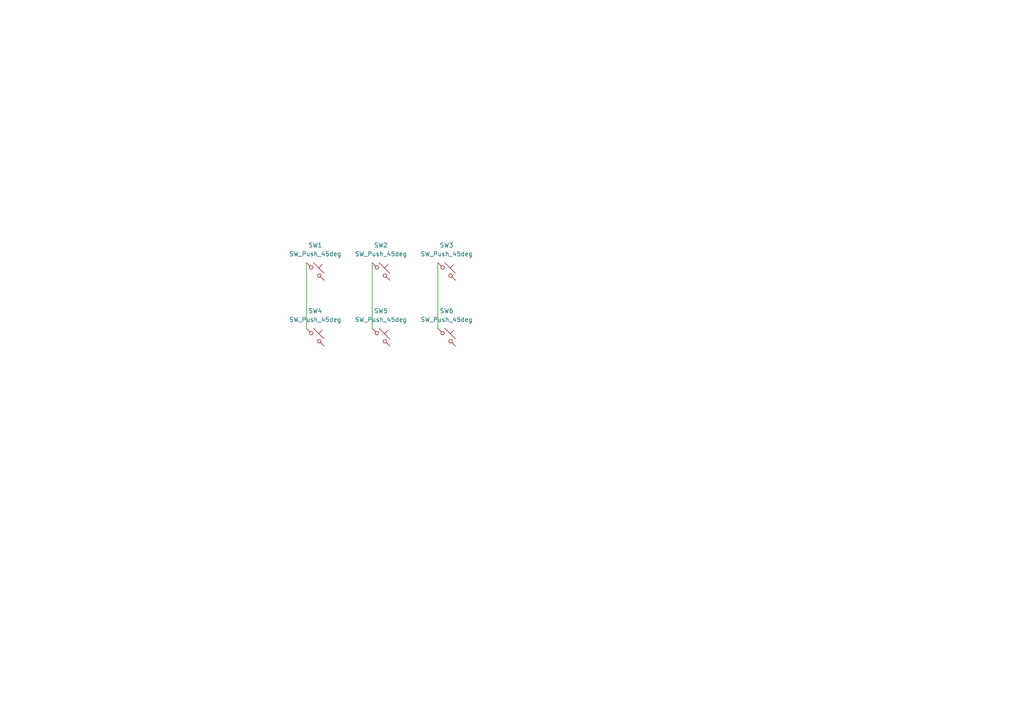
<source format=kicad_sch>
(kicad_sch (version 20250114) (generator "eeschema") (generator_version "9.0")
  (paper "A4")
  (lib_symbols
    (symbol "Switch:SW_Push_45deg" (pin_numbers (hide yes)) (pin_names (offset 1.016) (hide yes))
      (property "Reference" "SW" (at 3.048 1.016 0))
      (property "Value" "SW_Push_45deg" (at 0 -3.81 0))
      (symbol "SW_Push_45deg_0_1"
        (polyline (pts (xy -2.54 2.54) (xy -1.524 1.524) (xy -1.524 1.524)))
        (circle (center -1.1684 1.1684) (radius 0.508))
        (polyline (pts (xy -0.508 2.54) (xy 2.54 -0.508)))
        (polyline (pts (xy 1.016 1.016) (xy 2.032 2.032)))
        (circle (center 1.143 -1.1938) (radius 0.508))
        (polyline (pts (xy 1.524 -1.524) (xy 2.54 -2.54) (xy 2.54 -2.54) (xy 2.54 -2.54)))
        (pin passive line (at -2.54 2.54 0) (length 0) (name "1") (number "1"))
        (pin passive line (at 2.54 -2.54 180) (length 0) (name "2") (number "2"))
      )
    )
  )
  (wire (pts (xy 127 76.2) (xy 127 95.25)))
  (wire (pts (xy 88.9 76.2) (xy 88.9 95.25)))
  (wire (pts (xy 107.95 76.2) (xy 107.95 95.25)))
  (symbol (lib_id "Switch:SW_Push_45deg") (at 110.49 78.74 0) (unit 1)
    (property "Reference" "SW2" (at 110.49 71.12 0))
    (property "Value" "SW_Push_45deg" (at 110.49 73.66 0))
    (property "Footprint" "Common:CPG135301D02" (effects (hide yes)))
    (property "Description" "Push button switch, normally open, two pins, 45° tilted" (effects (hide yes)))
  )
  (symbol (lib_id "Switch:SW_Push_45deg") (at 129.54 78.74 0) (unit 1)
    (property "Reference" "SW3" (at 129.54 71.12 0))
    (property "Value" "SW_Push_45deg" (at 129.54 73.66 0))
    (property "Footprint" "Common:CPG135301D02" (effects (hide yes)))
    (property "Description" "Push button switch, normally open, two pins, 45° tilted" (effects (hide yes)))
  )
  (symbol (lib_id "Switch:SW_Push_45deg") (at 110.49 97.79 0) (unit 1)
    (property "Reference" "SW5" (at 110.49 90.17 0))
    (property "Value" "SW_Push_45deg" (at 110.49 92.71 0))
    (property "Footprint" "Common:CPG135301D02" (effects (hide yes)))
    (property "Description" "Push button switch, normally open, two pins, 45° tilted" (effects (hide yes)))
  )
  (symbol (lib_id "Switch:SW_Push_45deg") (at 91.44 97.79 0) (unit 1)
    (property "Reference" "SW4" (at 91.44 90.17 0))
    (property "Value" "SW_Push_45deg" (at 91.44 92.71 0))
    (property "Footprint" "Common:CPG135301D02" (effects (hide yes)))
    (property "Description" "Push button switch, normally open, two pins, 45° tilted" (effects (hide yes)))
  )
  (symbol (lib_id "Switch:SW_Push_45deg") (at 129.54 97.79 0) (unit 1)
    (property "Reference" "SW6" (at 129.54 90.17 0))
    (property "Value" "SW_Push_45deg" (at 129.54 92.71 0))
    (property "Footprint" "Common:CPG135301D02" (effects (hide yes)))
    (property "Description" "Push button switch, normally open, two pins, 45° tilted" (effects (hide yes)))
  )
  (symbol (lib_id "Switch:SW_Push_45deg") (at 91.44 78.74 0) (unit 1)
    (property "Reference" "SW1" (at 91.44 71.12 0))
    (property "Value" "SW_Push_45deg" (at 91.44 73.66 0))
    (property "Footprint" "Common:CPG135301D02" (effects (hide yes)))
    (property "Description" "Push button switch, normally open, two pins, 45° tilted" (effects (hide yes)))
  )
)
</source>
